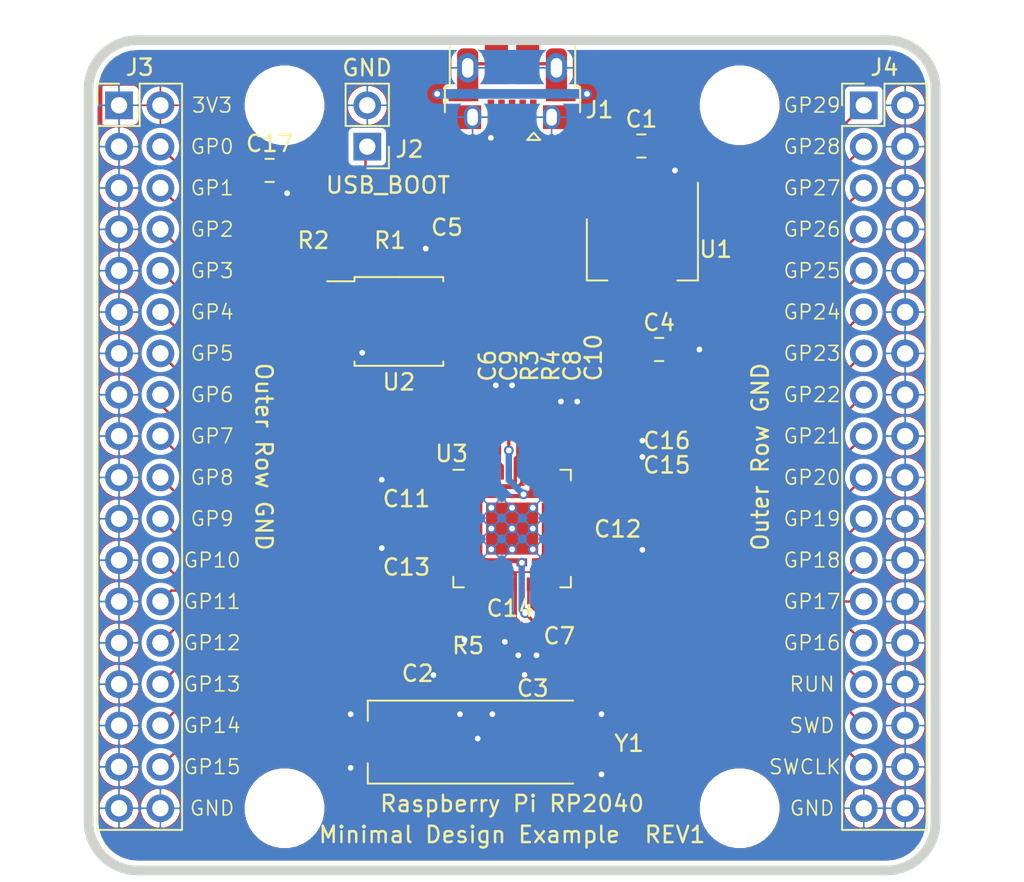
<source format=kicad_pcb>
(kicad_pcb (version 20221018) (generator pcbnew)
  (title_block (title "RP2040 Minimal Design Example") (date "2020-07-13") (rev "REV1") (company "Raspberry Pi (Trading) Ltd"))
  (layers (0 "F.Cu" signal) (31 "B.Cu" signal) (34 "B.Paste" user) (35 "F.Paste" user) (36 "B.SilkS" user "B.Silkscreen") (37 "F.SilkS" user "F.Silkscreen") (38 "B.Mask" user) (39 "F.Mask" user) (44 "Edge.Cuts" user))
  (net 0 "")
  (net 1 "GND")
  (net 2 "VBUS")
  (net 3 "/XIN")
  (net 4 "/XOUT")
  (net 5 "+3V3")
  (net 6 "+1V1")
  (net 7 "Net-(J1-Pad4)")
  (net 8 "/~{USB_BOOT}")
  (net 9 "/GPIO15")
  (net 10 "/GPIO14")
  (net 11 "/GPIO13")
  (net 12 "/GPIO12")
  (net 13 "/GPIO11")
  (net 14 "/GPIO10")
  (net 15 "/GPIO9")
  (net 16 "/GPIO8")
  (net 17 "/GPIO7")
  (net 18 "/GPIO6")
  (net 19 "/GPIO5")
  (net 20 "/GPIO4")
  (net 21 "/GPIO3")
  (net 22 "/GPIO2")
  (net 23 "/GPIO1")
  (net 24 "/GPIO0")
  (net 25 "/GPIO29_ADC3")
  (net 26 "/GPIO28_ADC2")
  (net 27 "/GPIO27_ADC1")
  (net 28 "/GPIO26_ADC0")
  (net 29 "/GPIO25")
  (net 30 "/GPIO24")
  (net 31 "/GPIO23")
  (net 32 "/GPIO22")
  (net 33 "/GPIO21")
  (net 34 "/GPIO20")
  (net 35 "/GPIO19")
  (net 36 "/GPIO18")
  (net 37 "/GPIO17")
  (net 38 "/GPIO16")
  (net 39 "/RUN")
  (net 40 "/SWD")
  (net 41 "/SWCLK")
  (net 42 "/QSPI_SS")
  (net 43 "Net-(R3-Pad2)")
  (net 44 "Net-(R4-Pad2)")
  (net 45 "/QSPI_SD3")
  (net 46 "/QSPI_SCLK")
  (net 47 "/QSPI_SD0")
  (net 48 "/QSPI_SD2")
  (net 49 "/QSPI_SD1")
  (net 50 "/USB_D+")
  (net 51 "/USB_D-")
  (net 52 "Net-(C3-Pad1)")
  (footprint "Capacitor_SMD:C_0805_2012Metric" (layer "F.Cu") (at 109.025 89)
    (fp_text reference "C4")
    (fp_text value "10u")
  )
  (footprint "RP2040_minimal:USB_Micro-B_Amphenol_10103594-0001LF_Horizontal_modified" (layer "F.Cu") (at 100 71.7 180)
    (fp_text reference "J1")
    (fp_text value "USB_B_Micro")
  )
  (footprint "Connector_PinHeader_2.54mm:PinHeader_1x02_P2.54mm_Vertical" (layer "F.Cu") (at 91.11 76.54 180)
    (fp_text reference "J2")
    (fp_text value "Conn_01x02")
  )
  (footprint "Connector_PinHeader_2.54mm:PinHeader_2x18_P2.54mm_Vertical" (layer "F.Cu") (at 75.87 74)
    (fp_text reference "J3")
    (fp_text value "Conn_02x18_Odd_Even")
  )
  (footprint "Capacitor_SMD:C_0402_1005Metric" (layer "F.Cu") (at 104 93.515 90)
    (fp_text reference "C10")
    (fp_text value "1u")
  )
  (footprint "Capacitor_SMD:C_0402_1005Metric" (layer "F.Cu") (at 103 93.515 90)
    (fp_text reference "C8")
    (fp_text value "1u")
  )
  (footprint "Capacitor_SMD:C_0402_1005Metric" (layer "F.Cu") (at 93.515 101.2 180)
    (fp_text reference "C13")
    (fp_text value "100n")
  )
  (footprint "Capacitor_SMD:C_0402_1005Metric" (layer "F.Cu") (at 96.185 82.83 180)
    (fp_text reference "C5")
    (fp_text value "100n")
  )
  (footprint "Capacitor_SMD:C_0402_1005Metric" (layer "F.Cu") (at 89.5 82.315 -90)
    (fp_text reference "R2")
    (fp_text value "DNF")
  )
  (footprint "Connector_PinHeader_2.54mm:PinHeader_2x18_P2.54mm_Vertical" (layer "F.Cu") (at 121.59 74)
    (fp_text reference "J4")
    (fp_text value "Conn_02x18_Odd_Even")
  )
  (footprint "Package_TO_SOT_SMD:SOT-223-3_TabPin2" (layer "F.Cu") (at 108 82.85 -90)
    (fp_text reference "U1")
    (fp_text value "NCP1117-3.3_SOT223")
  )
  (footprint "Package_SO:SOIC-8_5.23x5.23mm_P1.27mm" (layer "F.Cu") (at 93.05 87.275)
    (fp_text reference "U2")
    (fp_text value "W25Q128JVS")
  )
  (footprint "Capacitor_SMD:C_0402_1005Metric" (layer "F.Cu") (at 99.485 109)
    (fp_text reference "C3")
    (fp_text value "27p")
  )
  (footprint "Capacitor_SMD:C_0402_1005Metric" (layer "F.Cu") (at 91 82.315 90)
    (fp_text reference "R1")
    (fp_text value "1k")
  )
  (footprint "Capacitor_SMD:C_0402_1005Metric" (layer "F.Cu") (at 100 92.515 90)
    (fp_text reference "C9")
    (fp_text value "100n")
  )
  (footprint "Capacitor_SMD:C_0402_1005Metric" (layer "F.Cu") (at 106.485 101.2)
    (fp_text reference "C12")
    (fp_text value "100n")
  )
  (footprint "Capacitor_SMD:C_0402_1005Metric" (layer "F.Cu") (at 100.381 106.485 -90)
    (fp_text reference "C14")
    (fp_text value "100n")
  )
  (footprint "Capacitor_SMD:C_0402_1005Metric" (layer "F.Cu") (at 101 93.515 -90)
    (fp_text reference "R3")
    (fp_text value "27")
  )
  (footprint "Capacitor_SMD:C_0402_1005Metric" (layer "F.Cu") (at 101.5 106.485 -90)
    (fp_text reference "C7")
    (fp_text value "100n")
  )
  (footprint "Capacitor_SMD:C_0805_2012Metric" (layer "F.Cu") (at 107.9375 76.5)
    (fp_text reference "C1")
    (fp_text value "10u")
  )
  (footprint "Capacitor_SMD:C_0402_1005Metric" (layer "F.Cu") (at 93.515 97 180)
    (fp_text reference "C11")
    (fp_text value "100n")
  )
  (footprint "Capacitor_SMD:C_0402_1005Metric" (layer "F.Cu") (at 106.485 94.6)
    (fp_text reference "C16")
    (fp_text value "100n")
  )
  (footprint "RP2040_minimal:RP2040-QFN-56" (layer "F.Cu") (at 100 100)
    (fp_text reference "U3")
    (fp_text value "RP2040")
  )
  (footprint "Capacitor_SMD:C_0402_1005Metric" (layer "F.Cu") (at 96.515 109 180)
    (fp_text reference "C2")
    (fp_text value "27p")
  )
  (footprint "MountingHole:MountingHole_2.7mm_M2.5" (layer "F.Cu") (at 113.97 74)
    (fp_text reference "H2" hide)
    (fp_text value "MountingHole")
  )
  (footprint "Capacitor_SMD:C_0402_1005Metric" (layer "F.Cu") (at 102 93.515 -90)
    (fp_text reference "R4")
    (fp_text value "27")
  )
  (footprint "MountingHole:MountingHole_2.7mm_M2.5" (layer "F.Cu") (at 113.97 117.18)
    (fp_text reference "H3" hide)
    (fp_text value "MountingHole")
  )
  (footprint "Capacitor_SMD:C_0402_1005Metric" (layer "F.Cu") (at 99 92.515 90)
    (fp_text reference "C6")
    (fp_text value "100n")
  )
  (footprint "Capacitor_SMD:C_0402_1005Metric" (layer "F.Cu") (at 106.485 96)
    (fp_text reference "C15")
    (fp_text value "100n")
  )
  (footprint "Capacitor_SMD:C_0402_1005Metric" (layer "F.Cu") (at 98.7 107.115 -90)
    (fp_text reference "R5")
    (fp_text value "1k")
  )
  (footprint "MountingHole:MountingHole_2.7mm_M2.5" (layer "F.Cu") (at 86.03 74)
    (fp_text reference "H1" hide)
    (fp_text value "MountingHole")
  )
  (footprint "MountingHole:MountingHole_2.7mm_M2.5" (layer "F.Cu") (at 86.03 117.18)
    (fp_text reference "H4" hide)
    (fp_text value "MountingHole")
  )
  (footprint "RP2040_minimal:Crystal_SMD_HC49-US" (layer "F.Cu") (at 97.841 113.116)
    (fp_text reference "Y1")
    (fp_text value "ABLS-12.000MHZ-B4-T")
  )
  (footprint "Capacitor_SMD:C_0805_2012Metric" (layer "F.Cu") (at 85.115 78)
    (fp_text reference "C17")
    (fp_text value "10u")
  )
  (gr_line (start 123 121) (end 77 121) (stroke (width 0.6)) (layer "Edge.Cuts"))
  (gr_line (start 126 73) (end 126 118) (stroke (width 0.6)) (layer "Edge.Cuts"))
  (gr_line (start 77 70) (end 123 70) (stroke (width 0.6)) (layer "Edge.Cuts"))
  (gr_line (start 74 118) (end 74 73) (stroke (width 0.6)) (layer "Edge.Cuts"))
  (gr_arc (start 77 121) (mid 74.87868 120.12132) (end 74 118) (stroke (width 0.6)) (layer "Edge.Cuts"))
  (gr_arc (start 126 118) (mid 125.12132 120.12132) (end 123 121) (stroke (width 0.6)) (layer "Edge.Cuts"))
  (gr_arc (start 74 73) (mid 74.87868 70.87868) (end 77 70) (stroke (width 0.6)) (layer "Edge.Cuts"))
  (gr_arc (start 123 70) (mid 125.12132 70.87868) (end 126 73) (stroke (width 0.6)) (layer "Edge.Cuts"))
  (gr_text "GP1" (at 81.585 79.08) (layer "F.SilkS") (effects (font (size 0.9 0.9) (thickness 0.1))))
  (gr_text "GP2" (at 81.585 81.62) (layer "F.SilkS") (effects (font (size 0.9 0.9) (thickness 0.1))))
  (gr_text "GP3" (at 81.585 84.16) (layer "F.SilkS") (effects (font (size 0.9 0.9) (thickness 0.1))))
  (gr_text "GP4" (at 81.585 86.7) (layer "F.SilkS") (effects (font (size 0.9 0.9) (thickness 0.1))))
  (gr_text "GP5" (at 81.585 89.24) (layer "F.SilkS") (effects (font (size 0.9 0.9) (thickness 0.1))))
  (gr_text "GP6" (at 81.585 91.78) (layer "F.SilkS") (effects (font (size 0.9 0.9) (thickness 0.1))))
  (gr_text "GP7" (at 81.585 94.32) (layer "F.SilkS") (effects (font (size 0.9 0.9) (thickness 0.1))))
  (gr_text "GP8" (at 81.585 96.86) (layer "F.SilkS") (effects (font (size 0.9 0.9) (thickness 0.1))))
  (gr_text "GP9" (at 81.585 99.4) (layer "F.SilkS") (effects (font (size 0.9 0.9) (thickness 0.1))))
  (gr_text "GP11" (at 81.585 104.48) (layer "F.SilkS") (effects (font (size 0.9 0.9) (thickness 0.1))))
  (gr_text "GP10" (at 81.585 101.94) (layer "F.SilkS") (effects (font (size 0.9 0.9) (thickness 0.1))))
  (gr_text "GP12" (at 81.585 107.02) (layer "F.SilkS") (effects (font (size 0.9 0.9) (thickness 0.1))))
  (gr_text "GP13" (at 81.585 109.56) (layer "F.SilkS") (effects (font (size 0.9 0.9) (thickness 0.1))))
  (gr_text "GP15" (at 81.585 114.64) (layer "F.SilkS") (effects (font (size 0.9 0.9) (thickness 0.1))))
  (gr_text "GP14" (at 81.585 112.1) (layer "F.SilkS") (effects (font (size 0.9 0.9) (thickness 0.1))))
  (gr_text "GP28" (at 118.415 76.54) (layer "F.SilkS") (effects (font (size 0.9 0.9) (thickness 0.1))))
  (gr_text "GP27" (at 118.415 79.08) (layer "F.SilkS") (effects (font (size 0.9 0.9) (thickness 0.1))))
  (gr_text "GP26" (at 118.415 81.62) (layer "F.SilkS") (effects (font (size 0.9 0.9) (thickness 0.1))))
  (gr_text "GP25" (at 118.415 84.16) (layer "F.SilkS") (effects (font (size 0.9 0.9) (thickness 0.1))))
  (gr_text "GP24" (at 118.415 86.7) (layer "F.SilkS") (effects (font (size 0.9 0.9) (thickness 0.1))))
  (gr_text "GP23" (at 118.415 89.24) (layer "F.SilkS") (effects (font (size 0.9 0.9) (thickness 0.1))))
  (gr_text "GP21" (at 118.415 94.32) (layer "F.SilkS") (effects (font (size 0.9 0.9) (thickness 0.1))))
  (gr_text "GP20" (at 118.415 96.86) (layer "F.SilkS") (effects (font (size 0.9 0.9) (thickness 0.1))))
  (gr_text "GP19" (at 118.415 99.4) (layer "F.SilkS") (effects (font (size 0.9 0.9) (thickness 0.1))))
  (gr_text "GP17" (at 118.415 104.48) (layer "F.SilkS") (effects (font (size 0.9 0.9) (thickness 0.1))))
  (gr_text "GP22" (at 118.415 91.78) (layer "F.SilkS") (effects (font (size 0.9 0.9) (thickness 0.1))))
  (gr_text "GP18" (at 118.415 101.94) (layer "F.SilkS") (effects (font (size 0.9 0.9) (thickness 0.1))))
  (gr_text "SWCLK" (at 117.9705 114.64) (layer "F.SilkS") (effects (font (size 0.9 0.9) (thickness 0.1))))
  (gr_text "SWD" (at 118.415 112.1) (layer "F.SilkS") (effects (font (size 0.9 0.9) (thickness 0.1))))
  (gr_text "GP16" (at 118.415 107.02) (layer "F.SilkS") (effects (font (size 0.9 0.9) (thickness 0.1))))
  (gr_text "RUN" (at 118.415 109.56) (layer "F.SilkS") (effects (font (size 0.9 0.9) (thickness 0.1))))
  (gr_text "GND" (at 81.585 117.18) (layer "F.SilkS") (effects (font (size 0.9 0.9) (thickness 0.1))))
  (gr_text "GND" (at 118.415 117.18) (layer "F.SilkS") (effects (font (size 0.9 0.9) (thickness 0.1))))
  (gr_text "GP29" (at 118.415 74) (layer "F.SilkS") (effects (font (size 0.9 0.9) (thickness 0.1))))
  (gr_text "Outer Row GND" (at 84.76 95.59 270) (layer "F.SilkS") (effects (font (size 1 1))))
  (gr_text "Outer Row GND" (at 115.24 95.59 90) (layer "F.SilkS") (effects (font (size 1 1))))
  (gr_text "Raspberry Pi RP2040" (at 100 116.9) (layer "F.SilkS") (effects (font (size 1 1))))
  (gr_text "3V3" (at 81.585 74) (layer "F.SilkS") (effects (font (size 0.9 0.9) (thickness 0.1))))
  (gr_text "GP0" (at 81.585 76.54) (layer "F.SilkS") (effects (font (size 0.9 0.9) (thickness 0.1))))
  (gr_text "GND" (at 91.1 71.7) (layer "F.SilkS") (effects (font (size 1 1))))
  (gr_text "Minimal Design Example  REV1" (at 100 118.8) (layer "F.SilkS") (effects (font (size 1 1))))
  (gr_text "\nUSB_BOOT" (at 92.38 78.1) (layer "F.SilkS") (effects (font (size 1 1))))
  (segment (start 93.03 101.2) (end 92 101.2) (width 0.2) (layer "F.Cu") (net 1))
  (segment (start 93.03 97) (end 92 97) (width 0.2) (layer "F.Cu") (net 1))
  (segment (start 108.875 76.875) (end 110 78) (width 0.2) (layer "F.Cu") (net 1))
  (segment (start 86.19 79) (end 86.19 79.1) (width 0.15) (layer "F.Cu") (net 1))
  (segment (start 100 92.03) (end 100 91.2) (width 0.2) (layer "F.Cu") (net 1))
  (segment (start 99.97 109) (end 99.97 108.68) (width 0.15) (layer "F.Cu") (net 1))
  (segment (start 103 93.03) (end 103 92.2) (width 0.2) (layer "F.Cu") (net 1))
  (segment (start 106.97 101.2) (end 107.075 101.305) (width 0.2) (layer "F.Cu") (net 1))
  (segment (start 99.04 71.45) (end 97.54 71.45) (width 0.2) (layer "F.Cu") (net 1))
  (segment (start 96.03 109) (end 95.174 109) (width 0.2) (layer "F.Cu") (net 1))
  (segment (start 100.381 107.781984) (end 100.380994 107.78199) (width 0.2) (layer "F.Cu") (net 1))
  (segment (start 106.97 94.6) (end 108 94.6) (width 0.2) (layer "F.Cu") (net 1))
  (segment (start 110.3 79.7) (end 110.3 78.3) (width 0.2) (layer "F.Cu") (net 1))
  (segment (start 99 92.03) (end 99 91.200008) (width 0.2) (layer "F.Cu") (net 1))
  (segment (start 108.875 76.5) (end 108.875 76.875) (width 0.2) (layer "F.Cu") (net 1))
  (segment (start 110.05 89) (end 111.5 89) (width 0.2) (layer "F.Cu") (net 1))
  (segment (start 100.7505 109) (end 100.762 108.9885) (width 0.15) (layer "F.Cu") (net 1))
  (segment (start 95.375 82.8) (end 94.7 82.8) (width 0.2) (layer "F.Cu") (net 1))
  (segment (start 98.7 74.6) (end 98.7 76) (width 0.2) (layer "F.Cu") (net 1))
  (segment (start 86.14 78) (end 86.14 79.25) (width 0.15) (layer "F.Cu") (net 1))
  (segment (start 106.97 96) (end 107.6 96) (width 0.15) (layer "F.Cu") (net 1))
  (segment (start 97.079 106.5755) (end 97.079 106.8295) (width 0.15) (layer "F.Cu") (net 1))
  (segment (start 107.075 101.305) (end 108 101.305) (width 0.2) (layer "F.Cu") (net 1))
  (segment (start 100.96 71.45) (end 102.46 71.45) (width 0.2) (layer "F.Cu") (net 1))
  (segment (start 110.3 78.3) (end 110 78) (width 0.2) (layer "F.Cu") (net 1))
  (segment (start 95.405 82.83) (end 95.375 82.8) (width 0.2) (layer "F.Cu") (net 1))
  (segment (start 90.78 89.18) (end 90.8 89.2) (width 0.2) (layer "F.Cu") (net 1))
  (segment (start 99 104.6545) (end 97.079 106.5755) (width 0.15) (layer "F.Cu") (net 1))
  (segment (start 96.8 111.65) (end 96.8 110.599974) (width 0.2) (layer "F.Cu") (net 1))
  (segment (start 99 113.35) (end 99 114.4) (width 0.2) (layer "F.Cu") (net 1))
  (segment (start 99.97 109) (end 100.7505 109) (width 0.15) (layer "F.Cu") (net 1))
  (segment (start 99.97 108.68) (end 99.5555 108.2655) (width 0.15) (layer "F.Cu") (net 1))
  (segment (start 86.14 78.95) (end 86.19 79) (width 0.15) (layer "F.Cu") (net 1))
  (segment (start 95.7 82.83) (end 95.405 82.83) (width 0.2) (layer "F.Cu") (net 1))
  (segment (start 107.6 96) (end 108 95.6) (width 0.15) (layer "F.Cu") (net 1))
  (segment (start 99.5555 108.2655) (end 99.5555 108.0995) (width 0.15) (layer "F.Cu") (net 1))
  (segment (start 99 103.4375) (end 99 104.6545) (width 0.15) (layer "F.Cu") (net 1))
  (segment (start 97.54 71.45) (end 97.27 71.72) (width 0.2) (layer "F.Cu") (net 1))
  (segment (start 100.381 106.97) (end 100.381 107.781984) (width 0.2) (layer "F.Cu") (net 1))
  (segment (start 89.45 89.18) (end 90.78 89.18) (width 0.2) (layer "F.Cu") (net 1))
  (segment (start 104 93.03) (end 104 92.2) (width 0.2) (layer "F.Cu") (net 1))
  (segment (start 102.46 71.45) (end 102.73 71.72) (width 0.2) (layer "F.Cu") (net 1))
  (segment (start 101.5 106.97) (end 101.5 107.782004) (width 0.2) (layer "F.Cu") (net 1))
  (via (at 99.5555 106.9565) (size 0.6) (drill 0.35) (layers "F.Cu" "B.Cu") (net 1))
  (via (at 97.89 112.9) (size 0.6) (drill 0.35) (layers "F.Cu" "B.Cu") (net 1))
  (via (at 98.79 111.4) (size 0.6) (drill 0.35) (layers "F.Cu" "B.Cu") (net 1))
  (via (at 90.09 114.7) (size 0.6) (drill 0.35) (layers "F.Cu" "B.Cu") (net 1))
  (via (at 90.09 111.4) (size 0.6) (drill 0.35) (layers "F.Cu" "B.Cu") (net 1))
  (via (at 105.49 111.4) (size 0.6) (drill 0.35) (layers "F.Cu" "B.Cu") (net 1))
  (via (at 94.7 82.8) (size 0.6) (drill 0.35) (layers "F.Cu" "B.Cu") (net 1))
  (via (at 98.7 76) (size 0.6) (drill 0.35) (layers "F.Cu" "B.Cu") (net 1))
  (via (at 92 101.2) (size 0.6) (drill 0.35) (layers "F.Cu" "B.Cu") (net 1))
  (via (at 103 92.2) (size 0.6) (drill 0.35) (layers "F.Cu" "B.Cu") (net 1))
  (via (at 97.079 106.8295) (size 0.6) (drill 0.35) (layers "F.Cu" "B.Cu") (net 1))
  (via (at 92 97) (size 0.6) (drill 0.35) (layers "F.Cu" "B.Cu") (net 1))
  (via (at 90.8 89.2) (size 0.6) (drill 0.35) (layers "F.Cu" "B.Cu") (net 1))
  (via (at 99 91.200008) (size 0.6) (drill 0.35) (layers "F.Cu" "B.Cu") (net 1))
  (via (at 110 78) (size 0.6) (drill 0.35) (layers "F.Cu" "B.Cu") (net 1))
  (via (at 95.174 109) (size 0.6) (drill 0.35) (layers "F.Cu" "B.Cu") (net 1))
  (via (at 108 94.6) (size 0.6) (drill 0.35) (layers "F.Cu" "B.Cu") (net 1))
  (via (at 104 92.2) (size 0.6) (drill 0.35) (layers "F.Cu" "B.Cu") (net 1))
  (via (at 100.762 108.9885) (size 0.6) (drill 0.35) (layers "F.Cu" "B.Cu") (net 1))
  (via (at 111.5 89) (size 0.6) (drill 0.35) (layers "F.Cu" "B.Cu") (net 1))
  (via (at 108 95.6) (size 0.6) (drill 0.35) (layers "F.Cu" "B.Cu") (net 1))
  (via (at 100 91.2) (size 0.6) (drill 0.35) (layers "F.Cu" "B.Cu") (net 1))
  (via (at 101.5 107.782004) (size 0.6) (drill 0.35) (layers "F.Cu" "B.Cu") (net 1))
  (via (at 100.380994 107.78199) (size 0.6) (drill 0.35) (layers "F.Cu" "B.Cu") (net 1))
  (via (at 96.8 111.4) (size 0.6) (drill 0.35) (layers "F.Cu" "B.Cu") (net 1))
  (via (at 108 101.305) (size 0.6) (drill 0.35) (layers "F.Cu" "B.Cu") (net 1))
  (via (at 105.49 115.1) (size 0.6) (drill 0.35) (layers "F.Cu" "B.Cu") (net 1))
  (via (at 86.19 79.4) (size 0.6) (drill 0.35) (layers "F.Cu" "B.Cu") (net 1))
  (segment (start 103.8 93) (end 103.299999 92.499999) (width 0.2) (layer "B.Cu") (net 1))
  (segment (start 104 93) (end 103.8 93) (width 0.2) (layer "B.Cu") (net 1))
  (segment (start 103.299999 92.499999) (end 103 92.2) (width 0.2) (layer "B.Cu") (net 1))
  (segment (start 101.3 74.525) (end 101.3 75.5) (width 0.4) (layer "F.Cu") (net 2))
  (segment (start 101.3 75.5) (end 102.1 76.3) (width 0.4) (layer "F.Cu") (net 2))
  (segment (start 96.317 113.116) (end 93.341 113.116) (width 0.15) (layer "F.Cu") (net 3))
  (segment (start 99.4 103.4375) (end 99.4 104.937861) (width 0.15) (layer "F.Cu") (net 3))
  (segment (start 97.8 106.537861) (end 97.8 108.2) (width 0.15) (layer "F.Cu") (net 3))
  (segment (start 97.6505 111.7825) (end 96.317 113.116) (width 0.15) (layer "F.Cu") (net 3))
  (segment (start 97.8 108.2) (end 97 109) (width 0.15) (layer "F.Cu") (net 3))
  (segment (start 97.6505 109.6505) (end 97.6505 111.7825) (width 0.15) (layer "F.Cu") (net 3))
  (segment (start 97 109) (end 97.6505 109.6505) (width 0.15) (layer "F.Cu") (net 3))
  (segment (start 99.4 104.937861) (end 97.8 106.537861) (width 0.15) (layer "F.Cu") (net 3))
  (segment (start 99.8 103.4375) (end 99.8 105.1) (width 0.15) (layer "F.Cu") (net 4))
  (segment (start 99.8 105.1) (end 98.7 106.2) (width 0.15) (layer "F.Cu") (net 4))
  (segment (start 98.7 106.2) (end 98.7 106.63) (width 0.15) (layer "F.Cu") (net 4))
  (segment (start 100.350001 94.112535) (end 100.350001 95.549999) (width 0.2) (layer "F.Cu") (net 5))
  (segment (start 96.65 85.37) (end 96.65 82.85) (width 0.2) (layer "F.Cu") (net 5))
  (segment (start 96.5625 97.4) (end 95.7 97.4) (width 0.2) (layer "F.Cu") (net 5))
  (segment (start 100.9525 106.2515) (end 100.9525 108.163) (width 0.15) (layer "F.Cu") (net 5))
  (segment (start 100.2 97.4) (end 100.2 97) (width 0.2) (layer "F.Cu") (net 5))
  (segment (start 100.701 106) (end 100.9525 106.2515) (width 0.15) (layer "F.Cu") (net 5))
  (segment (start 105.8 101) (end 106 101.2) (width 0.2) (layer "F.Cu") (net 5))
  (segment (start 96.65 82.85) (end 96.67 82.83) (width 0.2) (layer "F.Cu") (net 5))
  (segment (start 108 86) (end 108 89) (width 0.2) (layer "F.Cu") (net 5))
  (segment (start 100.9525 108.163) (end 101.096505 108.307005) (width 0.15) (layer "F.Cu") (net 5))
  (segment (start 103.4375 101) (end 105.8 101) (width 0.2) (layer "F.Cu") (net 5))
  (segment (start 100.2 103.4375) (end 100.2 105.5055) (width 0.2) (layer "F.Cu") (net 5))
  (segment (start 100.381 105.6865) (end 100.381 106) (width 0.2) (layer "F.Cu") (net 5))
  (segment (start 100.381 106) (end 100.701 106) (width 0.15) (layer "F.Cu") (net 5))
  (segment (start 102.6 96.5625) (end 102.6 97.4) (width 0.2) (layer "F.Cu") (net 5))
  (segment (start 100.6 96.5625) (end 100.6 95.799998) (width 0.2) (layer "F.Cu") (net 5))
  (segment (start 100.2 105.5055) (end 100.381 105.6865) (width 0.2) (layer "F.Cu") (net 5))
  (segment (start 102.2 97.2) (end 102.4 97.4) (width 0.2) (layer "F.Cu") (net 5))
  (segment (start 102.2 96.5625) (end 102.2 97.2) (width 0.2) (layer "F.Cu") (net 5))
  (segment (start 100.350001 95.549999) (end 100.2 95.7) (width 0.2) (layer "F.Cu") (net 5))
  (segment (start 102.2 96.1) (end 103.6 94.7) (width 0.2) (layer "F.Cu") (net 5))
  (segment (start 94.2 101) (end 94 101.2) (width 0.2) (layer "F.Cu") (net 5))
  (segment (start 100.2 103.4375) (end 100.2 102.8) (width 0.2) (layer "F.Cu") (net 5))
  (segment (start 103.4375 101) (end 102.6 101) (width 0.2) (layer "F.Cu") (net 5))
  (segment (start 100.6 97.2) (end 100.4 97.4) (width 0.2) (layer "F.Cu") (net 5))
  (segment (start 100.2 102.8) (end 100 102.6) (width 0.2) (layer "F.Cu") (net 5))
  (segment (start 74.7 72.9) (end 74.7 75.2) (width 0.3) (layer "F.Cu") (net 5))
  (segment (start 100.2 95.7) (end 100.2 96.5625) (width 0.2) (layer "F.Cu") (net 5))
  (segment (start 102.2 96.5625) (end 102.2 96.1) (width 0.2) (layer "F.Cu") (net 5))
  (segment (start 100 93.762534) (end 100.350001 94.112535) (width 0.2) (layer "F.Cu") (net 5))
  (segment (start 96.5625 101) (end 94.2 101) (width 0.2) (layer "F.Cu") (net 5))
  (segment (start 100.2 96.5625) (end 100.2 97.4) (width 0.2) (layer "F.Cu") (net 5))
  (segment (start 101.096505 108.307005) (end 102.141995 108.307005) (width 0.15) (layer "F.Cu") (net 5))
  (segment (start 96.5625 97.4) (end 97.4 97.4) (width 0.2) (layer "F.Cu") (net 5))
  (segment (start 96.5625 101) (end 97.4 101) (width 0.2) (layer "F.Cu") (net 5))
  (segment (start 103.4375 97.4) (end 102.6 97.4) (width 0.2) (layer "F.Cu") (net 5))
  (segment (start 100.6 96.5625) (end 100.6 97.2) (width 0.2) (layer "F.Cu") (net 5))
  (segment (start 100 93) (end 100 93.762534) (width 0.2) (layer "F.Cu") (net 5))
  (segment (start 100.6 95.799998) (end 100.350001 95.549999) (width 0.2) (layer "F.Cu") (net 5))
  (via (at 95.4 73.3) (size 0.6) (drill 0.35) (layers "F.Cu" "B.Cu") (net 5))
  (via (at 104.6 73.3) (size 0.6) (drill 0.35) (layers "F.Cu" "B.Cu") (net 5))
  (segment (start 104.6 73.3) (end 95.4 73.3) (width 0.6) (layer "B.Cu") (net 5))
  (segment (start 99.8 96.5625) (end 99.8 95.199994) (width 0.2) (layer "F.Cu") (net 6))
  (segment (start 100.6 105) (end 100.8 105.2) (width 0.2) (layer "F.Cu") (net 6))
  (segment (start 99.8 94.77573) (end 99.8 95.199994) (width 0.2) (layer "F.Cu") (net 6))
  (segment (start 100.4 98) (end 100.5 97.9) (width 0.15) (layer "F.Cu") (net 6))
  (segment (start 101.8 95.8) (end 103 94.6) (width 0.2) (layer "F.Cu") (net 6))
  (segment (start 99 93) (end 99 93.295) (width 0.2) (layer "F.Cu") (net 6))
  (segment (start 100.5 97.9) (end 100.7 97.9) (width 0.15) (layer "F.Cu") (net 6))
  (segment (start 103 94.6) (end 103 94) (width 0.2) (layer "F.Cu") (net 6))
  (segment (start 101.5 106) (end 101.5 105.9) (width 0.2) (layer "F.Cu") (net 6))
  (segment (start 99 93.295) (end 99.8 94.095) (width 0.2) (layer "F.Cu") (net 6))
  (segment (start 101.8 96.5625) (end 101.8 97.4) (width 0.2) (layer "F.Cu") (net 6))
  (segment (start 101.8 96.5625) (end 101.8 95.8) (width 0.2) (layer "F.Cu") (net 6))
  (segment (start 100.6 103.4375) (end 100.6 105) (width 0.2) (layer "F.Cu") (net 6))
  (segment (start 99.8 94.095) (end 99.8 94.77573) (width 0.2) (layer "F.Cu") (net 6))
  (segment (start 101.5 105.9) (end 100.8 105.2) (width 0.2) (layer "F.Cu") (net 6))
  (via (at 99.8 95.199994) (size 0.6) (drill 0.35) (layers "F.Cu" "B.Cu") (net 6))
  (via (at 100.7 97.9) (size 0.6) (drill 0.35) (layers "F.Cu" "B.Cu") (net 6))
  (via (at 100.8 105.2) (size 0.6) (drill 0.35) (layers "F.Cu" "B.Cu") (net 6))
  (via (at 100.59997 102.1) (size 0.6) (drill 0.35) (layers "F.Cu" "B.Cu") (net 6))
  (segment (start 99.8 95.199994) (end 99.8 97.01) (width 0.4) (layer "B.Cu") (net 6))
  (segment (start 100.8 105.2) (end 100.59 104.99) (width 0.4) (layer "B.Cu") (net 6))
  (segment (start 99.8 97.01) (end 100.69 97.9) (width 0.4) (layer "B.Cu") (net 6))
  (segment (start 100.69 97.9) (end 100.7 97.9) (width 0.4) (layer "B.Cu") (net 6))
  (segment (start 100.59 104.99) (end 100.59 102.10997) (width 0.4) (layer "B.Cu") (net 6))
  (segment (start 100.59 102.10997) (end 100.59997 102.1) (width 0.4) (layer "B.Cu") (net 6))
  (segment (start 91 76.65) (end 91.11 76.54) (width 0.15) (layer "F.Cu") (net 8))
  (segment (start 91 81.83) (end 91 76.65) (width 0.15) (layer "F.Cu") (net 8))
  (segment (start 98.6 103.4375) (end 98.6 104.437861) (width 0.15) (layer "F.Cu") (net 9))
  (segment (start 96.687861 106.35) (end 86.7 106.35) (width 0.15) (layer "F.Cu") (net 9))
  (segment (start 98.6 104.437861) (end 96.687861 106.35) (width 0.15) (layer "F.Cu") (net 9))
  (segment (start 86.7 106.35) (end 78.41 114.64) (width 0.15) (layer "F.Cu") (net 9))
  (segment (start 84.795 105.715) (end 78.41 112.1) (width 0.15) (layer "F.Cu") (net 10))
  (segment (start 96.675 105.715) (end 84.795 105.715) (width 0.15) (layer "F.Cu") (net 10))
  (segment (start 98.2 104.19) (end 96.675 105.715) (width 0.15) (layer "F.Cu") (net 10))
  (segment (start 98.2 103.4375) (end 98.2 104.19) (width 0.15) (layer "F.Cu") (net 10))
  (segment (start 82.89 105.08) (end 78.41 109.56) (width 0.15) (layer "F.Cu") (net 11))
  (segment (start 97.8 103.875) (end 96.595 105.08) (width 0.15) (layer "F.Cu") (net 11))
  (segment (start 97.8 103.4375) (end 97.8 103.875) (width 0.15) (layer "F.Cu") (net 11))
  (segment (start 96.595 105.08) (end 82.89 105.08) (width 0.15) (layer "F.Cu") (net 11))
  (segment (start 80.985 104.445) (end 78.41 107.02) (width 0.15) (layer "F.Cu") (net 12))
  (segment (start 97.4 103.4375) (end 97.3 103.5375) (width 0.15) (layer "F.Cu") (net 12))
  (segment (start 97.0975 103.5375) (end 96.19 104.445) (width 0.15) (layer "F.Cu") (net 12))
  (segment (start 96.19 104.445) (end 80.985 104.445) (width 0.15) (layer "F.Cu") (net 12))
  (segment (start 97.3 103.5375) (end 97.0975 103.5375) (width 0.15) (layer "F.Cu") (net 12))
  (segment (start 79.08 103.81) (end 78.41 104.48) (width 0.15) (layer "F.Cu") (net 13))
  (segment (start 96.13 102.6) (end 94.92 103.81) (width 0.15) (layer "F.Cu") (net 13))
  (segment (start 96.5625 102.6) (end 96.13 102.6) (width 0.15) (layer "F.Cu") (net 13))
  (segment (start 94.92 103.81) (end 79.08 103.81) (width 0.15) (layer "F.Cu") (net 13))
  (segment (start 96.5625 102.2) (end 95.26 102.2) (width 0.15) (layer "F.Cu") (net 14))
  (segment (start 79.645 103.175) (end 78.41 101.94) (width 0.15) (layer "F.Cu") (net 14))
  (segment (start 94.285 103.175) (end 79.645 103.175) (width 0.15) (layer "F.Cu") (net 14))
  (segment (start 95.26 102.2) (end 94.285 103.175) (width 0.15) (layer "F.Cu") (net 14))
  (segment (start 81.55 102.54) (end 78.41 99.4) (width 0.15) (layer "F.Cu") (net 15))
  (segment (start 95.025 101.8) (end 94.285 102.54) (width 0.15) (layer "F.Cu") (net 15))
  (segment (start 96.5625 101.8) (end 95.025 101.8) (width 0.15) (layer "F.Cu") (net 15))
  (segment (start 94.285 102.54) (end 81.55 102.54) (width 0.15) (layer "F.Cu") (net 15))
  (segment (start 94.79 101.4) (end 94.285 101.905) (width 0.15) (layer "F.Cu") (net 16))
  (segment (start 83.455 101.905) (end 78.41 96.86) (width 0.15) (layer "F.Cu") (net 16))
  (segment (start 96.5625 101.4) (end 94.79 101.4) (width 0.15) (layer "F.Cu") (net 16))
  (segment (start 94.285 101.905) (end 83.455 101.905) (width 0.15) (layer "F.Cu") (net 16))
  (segment (start 84.69 100.6) (end 78.41 94.32) (width 0.15) (layer "F.Cu") (net 17))
  (segment (start 96.5625 100.6) (end 84.69 100.6) (width 0.15) (layer "F.Cu") (net 17))
  (segment (start 96.5625 100.2) (end 86.23 100.2) (width 0.15) (layer "F.Cu") (net 18))
  (segment (start 78.41 92.38) (end 78.41 91.78) (width 0.15) (layer "F.Cu") (net 18))
  (segment (start 86.23 100.2) (end 78.41 92.38) (width 0.15) (layer "F.Cu") (net 18))
  (segment (start 96.5625 99.8) (end 87.1 99.8) (width 0.15) (layer "F.Cu") (net 19))
  (segment (start 79.68 90.51) (end 78.41 89.24) (width 0.15) (layer "F.Cu") (net 19))
  (segment (start 87.1 99.8) (end 79.68 92.38) (width 0.15) (layer "F.Cu") (net 19))
  (segment (start 79.68 92.38) (end 79.68 90.51) (width 0.15) (layer "F.Cu") (net 19))
  (segment (start 80.95 92.38) (end 80.95 89.24) (width 0.15) (layer "F.Cu") (net 20))
  (segment (start 80.95 89.24) (end 78.41 86.7) (width 0.15) (layer "F.Cu") (net 20))
  (segment (start 96.5625 99.4) (end 87.97 99.4) (width 0.15) (layer "F.Cu") (net 20))
  (segment (start 87.97 99.4) (end 80.95 92.38) (width 0.15) (layer "F.Cu") (net 20))
  (segment (start 82.22 87.9525) (end 78.4275 84.16) (width 0.15) (layer "F.Cu") (net 21))
  (segment (start 82.22 92.38) (end 82.22 87.9525) (width 0.15) (layer "F.Cu") (net 21))
  (segment (start 88.84 99) (end 82.22 92.38) (width 0.15) (layer "F.Cu") (net 21))
  (segment (start 96.5625 99) (end 88.84 99) (width 0.15) (layer "F.Cu") (net 21))
  (segment (start 78.4275 84.16) (end 78.41 84.16) (width 0.15) (layer "F.Cu") (net 21))
  (segment (start 96.5625 98.6) (end 89.71 98.6) (width 0.15) (layer "F.Cu") (net 22))
  (segment (start 83.49 92.38) (end 83.49 86.6825) (width 0.15) (layer "F.Cu") (net 22))
  (segment (start 83.49 86.6825) (end 78.4275 81.62) (width 0.15) (layer "F.Cu") (net 22))
  (segment (start 89.71 98.6) (end 83.49 92.38) (width 0.15) (layer "F.Cu") (net 22))
  (segment (start 78.4275 81.62) (end 78.41 81.62) (width 0.15) (layer "F.Cu") (net 22))
  (segment (start 84.76 85.4125) (end 78.4275 79.08) (width 0.15) (layer "F.Cu") (net 23))
  (segment (start 90.58 98.2) (end 84.76 92.38) (width 0.15) (layer "F.Cu") (net 23))
  (segment (start 78.4275 79.08) (end 78.41 79.08) (width 0.15) (layer "F.Cu") (net 23))
  (segment (start 96.5625 98.2) (end 90.58 98.2) (width 0.15) (layer "F.Cu") (net 23))
  (segment (start 84.76 92.38) (end 84.76 85.4125) (width 0.15) (layer "F.Cu") (net 23))
  (segment (start 96.5625 97.8) (end 91.45 97.8) (width 0.15) (layer "F.Cu") (net 24))
  (segment (start 86.03 84.16) (end 78.41 76.54) (width 0.15) (layer "F.Cu") (net 24))
  (segment (start 91.45 97.8) (end 86.03 92.38) (width 0.15) (layer "F.Cu") (net 24))
  (segment (start 86.03 92.38) (end 86.03 84.16) (width 0.15) (layer "F.Cu") (net 24))
  (segment (start 112.065 83.51625) (end 121.58125 74) (width 0.15) (layer "F.Cu") (net 25))
  (segment (start 121.58125 74) (end 121.59 74) (width 0.15) (layer "F.Cu") (net 25))
  (segment (start 112.065 92.38) (end 112.065 83.51625) (width 0.15) (layer "F.Cu") (net 25))
  (segment (start 106.645 97.8) (end 112.065 92.38) (width 0.15) (layer "F.Cu") (net 25))
  (segment (start 103.4375 97.8) (end 106.645 97.8) (width 0.15) (layer "F.Cu") (net 25))
  (segment (start 107.515 98.2) (end 113.335 92.38) (width 0.15) (layer "F.Cu") (net 26))
  (segment (start 103.4375 98.2) (end 107.515 98.2) (width 0.15) (layer "F.Cu") (net 26))
  (segment (start 113.335 84.795) (end 120.93 77.2) (width 0.15) (layer "F.Cu") (net 26))
  (segment (start 113.335 92.38) (end 113.335 84.795) (width 0.15) (layer "F.Cu") (net 26))
  (segment (start 120.93 77.2) (end 121.59 76.54) (width 0.15) (layer "F.Cu") (net 26))
  (segment (start 114.605 86.065) (end 120.92 79.75) (width 0.15) (layer "F.Cu") (net 27))
  (segment (start 120.92 79.75) (end 121.59 79.08) (width 0.15) (layer "F.Cu") (net 27))
  (segment (start 114.605 92.38) (end 114.605 86.065) (width 0.15) (layer "F.Cu") (net 27))
  (segment (start 103.4375 98.6) (end 108.385 98.6) (width 0.15) (layer "F.Cu") (net 27))
  (segment (start 108.385 98.6) (end 114.605 92.38) (width 0.15) (layer "F.Cu") (net 27))
  (segment (start 103.4375 99) (end 109.2725 99) (width 0.15) (layer "F.Cu") (net 28))
  (segment (start 115.875 92.3975) (end 115.875 87.335) (width 0.15) (layer "F.Cu") (net 28))
  (segment (start 120.92 82.29) (end 121.59 81.62) (width 0.15) (layer "F.Cu") (net 28))
  (segment (start 109.2725 99) (end 115.875 92.3975) (width 0.15) (layer "F.Cu") (net 28))
  (segment (start 115.875 87.335) (end 120.92 82.29) (width 0.15) (layer "F.Cu") (net 28))
  (segment (start 120.92 84.83) (end 121.59 84.16) (width 0.15) (layer "F.Cu") (net 29))
  (segment (start 110.125 99.4) (end 117.145 92.38) (width 0.15) (layer "F.Cu") (net 29))
  (segment (start 103.4375 99.4) (end 110.125 99.4) (width 0.15) (layer "F.Cu") (net 29))
  (segment (start 117.145 88.605) (end 120.92 84.83) (width 0.15) (layer "F.Cu") (net 29))
  (segment (start 117.145 92.38) (end 117.145 88.605) (width 0.15) (layer "F.Cu") (net 29))
  (segment (start 103.4375 99.8) (end 110.995 99.8) (width 0.15) (layer "F.Cu") (net 30))
  (segment (start 120.92 87.37) (end 121.59 86.7) (width 0.15) (layer "F.Cu") (net 30))
  (segment (start 118.415 89.875) (end 120.92 87.37) (width 0.15) (layer "F.Cu") (net 30))
  (segment (start 110.995 99.8) (end 118.415 92.38) (width 0.15) (layer "F.Cu") (net 30))
  (segment (start 118.415 92.38) (end 118.415 89.875) (width 0.15) (layer "F.Cu") (net 30))
  (segment (start 121.59 89.24) (end 119.685 91.145) (width 0.15) (layer "F.Cu") (net 31))
  (segment (start 119.685 92.38) (end 111.865 100.2) (width 0.15) (layer "F.Cu") (net 31))
  (segment (start 119.685 91.145) (end 119.685 92.38) (width 0.15) (layer "F.Cu") (net 31))
  (segment (start 111.865 100.2) (end 105.2 100.2) (width 0.15) (layer "F.Cu") (net 31))
  (segment (start 105.2 100.2) (end 103.4375 100.2) (width 0.15) (layer "F.Cu") (net 31))
  (segment (start 120.32 93.05) (end 121.59 91.78) (width 0.15) (layer "F.Cu") (net 32))
  (segment (start 103.4375 100.6) (end 112.77 100.6) (width 0.15) (layer "F.Cu") (net 32))
  (segment (start 112.77 100.6) (end 120.32 93.05) (width 0.15) (layer "F.Cu") (net 32))
  (segment (start 104.56875 101.4) (end 105.10875 101.94) (width 0.15) (layer "F.Cu") (net 33))
  (segment (start 120.32 95.59) (end 121.59 94.32) (width 0.15) (layer "F.Cu") (net 33))
  (segment (start 105.10875 101.94) (end 113.97 101.94) (width 0.15) (layer "F.Cu") (net 33))
  (segment (start 103.4375 101.4) (end 104.56875 101.4) (width 0.15) (layer "F.Cu") (net 33))
  (segment (start 113.97 101.94) (end 120.32 95.59) (width 0.15) (layer "F.Cu") (net 33))
  (segment (start 105.08 102.575) (end 115.875 102.575) (width 0.15) (layer "F.Cu") (net 34))
  (segment (start 104.305 101.8) (end 105.08 102.575) (width 0.15) (layer "F.Cu") (net 34))
  (segment (start 103.4375 101.8) (end 104.305 101.8) (width 0.15) (layer "F.Cu") (net 34))
  (segment (start 120.32 98.13) (end 121.59 96.86) (width 0.15) (layer "F.Cu") (net 34))
  (segment (start 115.875 102.575) (end 120.32 98.13) (width 0.15) (layer "F.Cu") (net 34))
  (segment (start 117.78 103.21) (end 120.32 100.67) (width 0.15) (layer "F.Cu") (net 35))
  (segment (start 104.07 102.2) (end 105.08 103.21) (width 0.15) (layer "F.Cu") (net 35))
  (segment (start 105.08 103.21) (end 117.78 103.21) (width 0.15) (layer "F.Cu") (net 35))
  (segment (start 120.32 100.67) (end 121.59 99.4) (width 0.15) (layer "F.Cu") (net 35))
  (segment (start 103.4375 102.2) (end 104.07 102.2) (width 0.15) (layer "F.Cu") (net 35))
  (segment (start 121.59 101.94) (end 119.685 103.845) (width 0.15) (layer "F.Cu") (net 36))
  (segment (start 103.835 102.6) (end 103.4375 102.6) (width 0.15) (layer "F.Cu") (net 36))
  (segment (start 105.08 103.845) (end 103.835 102.6) (width 0.15) (layer "F.Cu") (net 36))
  (segment (start 119.685 103.845) (end 105.08 103.845) (width 0.15) (layer "F.Cu") (net 36))
  (segment (start 103.342681 103.4375) (end 104.385181 104.48) (width 0.15) (layer "F.Cu") (net 37))
  (segment (start 104.385181 104.48) (end 121.59 104.48) (width 0.15) (layer "F.Cu") (net 37))
  (segment (start 102.6 103.4375) (end 103.342681 103.4375) (width 0.15) (layer "F.Cu") (net 37))
  (segment (start 102.2 104) (end 102.2 103.4375) (width 0.15) (layer "F.Cu") (net 38))
  (segment (start 121.59 107.02) (end 119.685 105.115) (width 0.15) (layer "F.Cu") (net 38))
  (segment (start 103.315 105.115) (end 102.2 104) (width 0.15) (layer "F.Cu") (net 38))
  (segment (start 119.685 105.115) (end 103.315 105.115) (width 0.15) (layer "F.Cu") (net 38))
  (segment (start 121.59 109.56) (end 117.78 105.75) (width 0.15) (layer "F.Cu") (net 39))
  (segment (start 117.78 105.75) (end 103.35 105.75) (width 0.15) (layer "F.Cu") (net 39))
  (segment (start 101.8 104.2) (end 101.8 103.4375) (width 0.15) (layer "F.Cu") (net 39))
  (segment (start 103.35 105.75) (end 101.8 104.2) (width 0.15) (layer "F.Cu") (net 39))
  (segment (start 121.59 112.1) (end 115.875 106.385) (width 0.15) (layer "F.Cu") (net 40))
  (segment (start 103.385 106.385) (end 101.4 104.4) (width 0.15) (layer "F.Cu") (net 40))
  (segment (start 115.875 106.385) (end 103.385 106.385) (width 0.15) (layer "F.Cu") (net 40))
  (segment (start 101.4 104.4) (end 101.4 103.4375) (width 0.15) (layer "F.Cu") (net 40))
  (segment (start 121.59 114.64) (end 113.97 107.02) (width 0.15) (layer "F.Cu") (net 41))
  (segment (start 101 104.611499) (end 101 103.4375) (width 0.15) (layer "F.Cu") (net 41))
  (segment (start 113.97 107.02) (end 103.408501 107.02) (width 0.15) (layer "F.Cu") (net 41))
  (segment (start 103.408501 107.02) (end 101 104.611499) (width 0.15) (layer "F.Cu") (net 41))
  (segment (start 87.5 86.8) (end 87.5 90.2) (width 0.15) (layer "F.Cu") (net 42))
  (segment (start 97.4 96.4) (end 97.4 96.6) (width 0.15) (layer "F.Cu") (net 42))
  (segment (start 89.5 82.8) (end 91 82.8) (width 0.15) (layer "F.Cu") (net 42))
  (segment (start 87.5 90.2) (end 88.6 91.3) (width 0.15) (layer "F.Cu") (net 42))
  (segment (start 97.4 96.6) (end 97.4 96.6275) (width 0.15) (layer "F.Cu") (net 42))
  (segment (start 89.45 82.85) (end 89.5 82.8) (width 0.15) (layer "F.Cu") (net 42))
  (segment (start 88.93 85.37) (end 87.5 86.8) (width 0.15) (layer "F.Cu") (net 42))
  (segment (start 89.45 85.37) (end 89.45 82.85) (width 0.15) (layer "F.Cu") (net 42))
  (segment (start 92.3 91.3) (end 97.4 96.4) (width 0.15) (layer "F.Cu") (net 42))
  (segment (start 89.45 85.37) (end 88.93 85.37) (width 0.15) (layer "F.Cu") (net 42))
  (segment (start 88.6 91.3) (end 92.3 91.3) (width 0.15) (layer "F.Cu") (net 42))
  (segment (start 101 96.5625) (end 101 94) (width 0.2) (layer "F.Cu") (net 43))
  (segment (start 101.4 95.3) (end 102 94.7) (width 0.2) (layer "F.Cu") (net 44))
  (segment (start 101.4 96.5625) (end 101.4 95.3) (width 0.2) (layer "F.Cu") (net 44))
  (segment (start 102 94.7) (end 102 94) (width 0.2) (layer "F.Cu") (net 44))
  (segment (start 99.251321 95.976321) (end 99.251321 94.251321) (width 0.15) (layer "F.Cu") (net 45))
  (segment (start 98.4 90.6) (end 98.4 87.8) (width 0.15) (layer "F.Cu") (net 45))
  (segment (start 99.4 96.5625) (end 99.4 96.125) (width 0.15) (layer "F.Cu") (net 45))
  (segment (start 97.24 86.64) (end 96.65 86.64) (width 0.15) (layer "F.Cu") (net 45))
  (segment (start 98.4 87.8) (end 97.24 86.64) (width 0.15) (layer "F.Cu") (net 45))
  (segment (start 97.9 92.9) (end 97.9 91.1) (width 0.15) (layer "F.Cu") (net 45))
  (segment (start 97.9 91.1) (end 98.4 90.6) (width 0.15) (layer "F.Cu") (net 45))
  (segment (start 99.4 96.125) (end 99.251321 95.976321) (width 0.15) (layer "F.Cu") (net 45))
  (segment (start 99.251321 94.251321) (end 97.9 92.9) (width 0.15) (layer "F.Cu") (net 45))
  (segment (start 97.21 87.91) (end 96.65 87.91) (width 0.15) (layer "F.Cu") (net 46))
  (segment (start 97.3 93.1) (end 97.3 90.9) (width 0.15) (layer "F.Cu") (net 46))
  (segment (start 98.95131 94.75131) (end 97.3 93.1) (width 0.15) (layer "F.Cu") (net 46))
  (segment (start 97.8 90.4) (end 97.8 88.5) (width 0.15) (layer "F.Cu") (net 46))
  (segment (start 97.3 90.9) (end 97.8 90.4) (width 0.15) (layer "F.Cu") (net 46))
  (segment (start 99 96.5725) (end 98.95131 96.52381) (width 0.15) (layer "F.Cu") (net 46))
  (segment (start 98.95131 96.52381) (end 98.95131 94.75131) (width 0.15) (layer "F.Cu") (net 46))
  (segment (start 97.8 88.5) (end 97.21 87.91) (width 0.15) (layer "F.Cu") (net 46))
  (segment (start 98.6 96.5725) (end 98.6 95.2) (width 0.15) (layer "F.Cu") (net 47))
  (segment (start 96.7 89.23) (end 96.65 89.18) (width 0.15) (layer "F.Cu") (net 47))
  (segment (start 98.6 95.2) (end 96.7 93.3) (width 0.15) (layer "F.Cu") (net 47))
  (segment (start 96.7 93.3) (end 96.7 89.23) (width 0.15) (layer "F.Cu") (net 47))
  (segment (start 98.2 95.6) (end 90.51 87.91) (width 0.15) (layer "F.Cu") (net 48))
  (segment (start 90.51 87.91) (end 89.45 87.91) (width 0.15) (layer "F.Cu") (net 48))
  (segment (start 98.2 96.5725) (end 98.2 95.6) (width 0.15) (layer "F.Cu") (net 48))
  (segment (start 92.5 90.7) (end 89 90.7) (width 0.15) (layer "F.Cu") (net 49))
  (segment (start 97.8 96.5725) (end 97.8 96) (width 0.15) (layer "F.Cu") (net 49))
  (segment (start 89 90.7) (end 88.1 89.8) (width 0.15) (layer "F.Cu") (net 49))
  (segment (start 88.96 86.64) (end 89.45 86.64) (width 0.15) (layer "F.Cu") (net 49))
  (segment (start 97.8 96) (end 92.5 90.7) (width 0.15) (layer "F.Cu") (net 49))
  (segment (start 88.1 87.5) (end 88.96 86.64) (width 0.15) (layer "F.Cu") (net 49))
  (segment (start 88.1 89.8) (end 88.1 87.5) (width 0.15) (layer "F.Cu") (net 49))
  (segment (start 99.725 82.596752) (end 99.725 76.4) (width 0.8) (layer "F.Cu") (net 50))
  (segment (start 101 93.03) (end 101.025 93.005) (width 0.8) (layer "F.Cu") (net 50))
  (segment (start 100 75.8) (end 99.725 76.075) (width 0.4) (layer "F.Cu") (net 50))
  (segment (start 99.725 76.075) (end 99.725 76.4) (width 0.4) (layer "F.Cu") (net 50))
  (segment (start 100 74.525) (end 100 75.8) (width 0.4) (layer "F.Cu") (net 50))
  (segment (start 101.025 83.896752) (end 99.725 82.596752) (width 0.8) (layer "F.Cu") (net 50))
  (segment (start 101.025 93.005) (end 101.025 83.896752) (width 0.8) (layer "F.Cu") (net 50))
  (segment (start 100.675 82.203248) (end 100.675 76.4) (width 0.8) (layer "F.Cu") (net 51))
  (segment (start 102 93.03) (end 101.975 93.005) (width 0.8) (layer "F.Cu") (net 51))
  (segment (start 100.65 74.525) (end 100.65 76.375) (width 0.4) (layer "F.Cu") (net 51))
  (segment (start 100.65 76.375) (end 100.675 76.4) (width 0.4) (layer "F.Cu") (net 51))
  (segment (start 101.975 93.005) (end 101.975 83.503248) (width 0.8) (layer "F.Cu") (net 51))
  (segment (start 101.975 83.503248) (end 100.675 82.203248) (width 0.8) (layer "F.Cu") (net 51))
  (segment (start 99.365 113.116) (end 102.341 113.116) (width 0.15) (layer "F.Cu") (net 52))
  (segment (start 99 108.5) (end 99 109) (width 0.15) (layer "F.Cu") (net 52))
  (segment (start 98.8025 109) (end 98.0315 109.771) (width 0.15) (layer "F.Cu") (net 52))
  (segment (start 98.7 107.6) (end 98.7 108.2) (width 0.15) (layer "F.Cu") (net 52))
  (segment (start 98.0315 109.771) (end 98.0315 111.7825) (width 0.15) (layer "F.Cu") (net 52))
  (segment (start 99 109) (end 98.8025 109) (width 0.15) (layer "F.Cu") (net 52))
  (segment (start 98.7 108.2) (end 99 108.5) (width 0.15) (layer "F.Cu") (net 52))
  (segment (start 98.0315 111.7825) (end 99.365 113.116) (width 0.15) (layer "F.Cu") (net 52))
  (zone (net 2) (net_name "VBUS") (layer "F.Cu") (priority 2) (connect_pads (clearance 0.2)) (min_thickness 0.25) (fill yes (thermal_gap 0.508) (thermal_bridge_width 0.508))
    (polygon (pts (xy 108 78) (xy 106.1 78) (xy 106.1 81.6) (xy 101.7 81.6) (xy 101.7 75.8) (xy 104.3 75.8) (xy 104.3 75) (xy 108 75)))
  )
  (zone (net 6) (net_name "+1V1") (layer "F.Cu") (priority 1) (connect_pads yes (clearance 0.15)) (min_thickness 0.15) (fill yes (thermal_gap 0.508) (thermal_bridge_width 0.508))
    (polygon (pts (xy 102 98.2) (xy 98.4 98.2) (xy 98.4 101.6) (xy 101 101.6) (xy 101 102.4) (xy 100.2 102.4) (xy 100.2 102.2) (xy 97.8 102.2) (xy 97.8 97.8) (xy 100.6 97.8) (xy 100.6 97.6) (xy 101 97.6) (xy 101 97.2) (xy 102 97.2)))
  )
  (zone (net 5) (net_name "+3V3") (layer "F.Cu") (connect_pads yes (clearance 0.15)) (min_thickness 0.15) (fill yes (thermal_gap 0.508) (thermal_bridge_width 0.508))
    (polygon (pts (xy 102.8 102.8) (xy 97.2 102.8) (xy 97.2 97.2) (xy 100 97.2) (xy 100.8 97.2) (xy 102.8 97.2)))
  )
  (zone (net 5) (net_name "+3V3") (layer "F.Cu") (connect_pads (clearance 0.25)) (min_thickness 0.2) (fill yes (thermal_gap 0.3) (thermal_bridge_width 0.3))
    (polygon (pts (xy 125.5 120.5) (xy 74.5 120.5) (xy 74.5 70.5) (xy 125.5 70.5)))
    (polygon (pts (xy 120.32 74) (xy 111.43 82.89) (xy 111.43 92.415) (xy 105.715 98.13) (xy 103.81 98.13) (xy 103.81 103.845) (xy 96.19 103.845) (xy 96.19 98.13) (xy 93.015 98.13) (xy 86.665 91.78) (xy 86.665 83.525) (xy 79.68 76.54) (xy 78.41 76.54) (xy 78.41 114.64) (xy 79.68 114.64) (xy 87.3 107.02) (xy 101.905 107.02) (xy 102.54 107.655) (xy 113.335 107.655) (xy 120.32 114.64) (xy 121.59 114.64) (xy 121.59 74)))
    (polygon (pts (xy 98.8 76.2) (xy 98.8 85.2) (xy 88.4 85.2) (xy 87.1 86.4) (xy 87.1 90.4) (xy 88.6 91.8) (xy 92.1 91.8) (xy 97.1 96.8) (xy 101.1 96.8) (xy 101.1 92.2) (xy 102.9 92.2) (xy 102.9 83) (xy 101.7 81.8) (xy 101.7 76.2)))
  )
  (zone (net 1) (net_name "GND") (layer "F.Cu") (priority 1) (connect_pads (clearance 0.25)) (min_thickness 0.254) (fill yes (thermal_gap 0.5) (thermal_bridge_width 0.5))
    (polygon (pts (xy 105.99 108.6) (xy 105.99 116) (xy 89.59 116) (xy 89.59 106.7) (xy 96.69 106.7) (xy 98.79 104.6) (xy 99.99 104.6) (xy 99.99 108.6)))
  )
  (zone (net 1) (net_name "GND") (layer "B.Cu") (connect_pads (clearance 0.2)) (min_thickness 0.2) (fill yes (thermal_gap 0.3) (thermal_bridge_width 0.3))
    (polygon (pts (xy 125.5 120.5) (xy 74.5 120.5) (xy 74.5 70.5) (xy 125.5 70.5)))
  )
)
</source>
